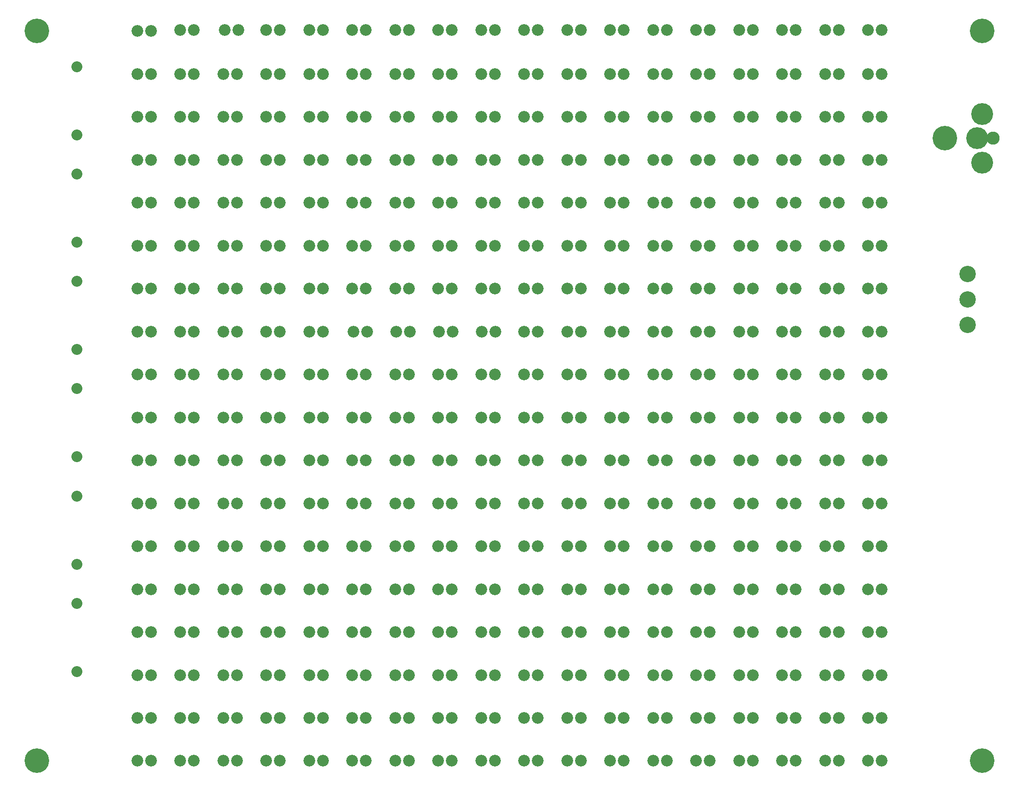
<source format=gbs>
G04 (created by PCBNEW (2013-mar-13)-testing) date Mon 18 Nov 2013 03:51:11 PM PST*
%MOIN*%
G04 Gerber Fmt 3.4, Leading zero omitted, Abs format*
%FSLAX34Y34*%
G01*
G70*
G90*
G04 APERTURE LIST*
%ADD10C,0.005906*%
%ADD11C,0.080000*%
%ADD12C,0.180000*%
%ADD13C,0.120000*%
%ADD14C,0.086000*%
%ADD15C,0.096000*%
%ADD16C,0.160000*%
G04 APERTURE END LIST*
G54D10*
G54D11*
X28937Y-23366D03*
X28937Y-18366D03*
X28937Y-15492D03*
X28937Y-10492D03*
G54D12*
X25984Y-61417D03*
X95275Y-61417D03*
X95275Y-7874D03*
X25984Y-7874D03*
G54D13*
X94200Y-29429D03*
X94200Y-27559D03*
X94200Y-25689D03*
G54D14*
X33358Y-7874D03*
X34358Y-7874D03*
X71153Y-17322D03*
X72153Y-17322D03*
X74303Y-17322D03*
X75303Y-17322D03*
X77452Y-17322D03*
X78452Y-17322D03*
X80602Y-17322D03*
X81602Y-17322D03*
X83751Y-17322D03*
X84751Y-17322D03*
X86901Y-17322D03*
X87901Y-17322D03*
X64854Y-17322D03*
X65854Y-17322D03*
X68003Y-17322D03*
X69003Y-17322D03*
X39657Y-17322D03*
X40657Y-17322D03*
X42807Y-17322D03*
X43807Y-17322D03*
X45956Y-17322D03*
X46956Y-17322D03*
X49106Y-17322D03*
X50106Y-17322D03*
X52255Y-17322D03*
X53255Y-17322D03*
X55405Y-17322D03*
X56405Y-17322D03*
X58555Y-17322D03*
X59555Y-17322D03*
X36507Y-17322D03*
X37507Y-17322D03*
X68003Y-14173D03*
X69003Y-14173D03*
X71153Y-14173D03*
X72153Y-14173D03*
X74303Y-14173D03*
X75303Y-14173D03*
X77452Y-14173D03*
X78452Y-14173D03*
X80602Y-14173D03*
X81602Y-14173D03*
X83751Y-14173D03*
X84751Y-14173D03*
X86901Y-14173D03*
X87901Y-14173D03*
X64854Y-14173D03*
X65854Y-14173D03*
X36507Y-14173D03*
X37507Y-14173D03*
X39657Y-14173D03*
X40657Y-14173D03*
X45956Y-14173D03*
X46956Y-14173D03*
X42807Y-14173D03*
X43807Y-14173D03*
X49106Y-14173D03*
X50106Y-14173D03*
X52255Y-14173D03*
X53255Y-14173D03*
X55405Y-14173D03*
X56405Y-14173D03*
X58555Y-14173D03*
X59555Y-14173D03*
X33358Y-14173D03*
X34358Y-14173D03*
X61704Y-14173D03*
X62704Y-14173D03*
X33358Y-17322D03*
X34358Y-17322D03*
X61704Y-17322D03*
X62704Y-17322D03*
X86901Y-11023D03*
X87901Y-11023D03*
X64854Y-11023D03*
X65854Y-11023D03*
X68003Y-11023D03*
X69003Y-11023D03*
X71153Y-11023D03*
X72153Y-11023D03*
X74303Y-11023D03*
X75303Y-11023D03*
X77452Y-11023D03*
X78452Y-11023D03*
X80602Y-11023D03*
X81602Y-11023D03*
X83751Y-11023D03*
X84751Y-11023D03*
X61704Y-11023D03*
X62704Y-11023D03*
X55405Y-11023D03*
X56405Y-11023D03*
X58555Y-11023D03*
X59555Y-11023D03*
X36507Y-11023D03*
X37507Y-11023D03*
X39657Y-11023D03*
X40657Y-11023D03*
X42807Y-11023D03*
X43807Y-11023D03*
X45956Y-11023D03*
X46956Y-11023D03*
X49106Y-11023D03*
X50106Y-11023D03*
X52255Y-11023D03*
X53255Y-11023D03*
X86901Y-7815D03*
X87901Y-7815D03*
X83751Y-7815D03*
X84751Y-7815D03*
X80602Y-7815D03*
X81602Y-7815D03*
X77452Y-7815D03*
X78452Y-7815D03*
X74303Y-7815D03*
X75303Y-7815D03*
X71153Y-7815D03*
X72153Y-7815D03*
X68003Y-7815D03*
X69003Y-7815D03*
X64854Y-7815D03*
X65854Y-7815D03*
X61704Y-7815D03*
X62704Y-7815D03*
X58555Y-7815D03*
X59555Y-7815D03*
X55405Y-7815D03*
X56405Y-7815D03*
X52255Y-7815D03*
X53255Y-7815D03*
X49106Y-7815D03*
X50106Y-7815D03*
X45956Y-7815D03*
X46956Y-7815D03*
X42807Y-7815D03*
X43807Y-7815D03*
X39768Y-7815D03*
X40768Y-7815D03*
X36507Y-7815D03*
X37507Y-7815D03*
X33358Y-11023D03*
X34358Y-11023D03*
X33358Y-20472D03*
X34358Y-20472D03*
X36507Y-20472D03*
X37507Y-20472D03*
X39657Y-20472D03*
X40657Y-20472D03*
X42807Y-20472D03*
X43807Y-20472D03*
X45956Y-20472D03*
X46956Y-20472D03*
X49106Y-20472D03*
X50106Y-20472D03*
X52255Y-20472D03*
X53255Y-20472D03*
X55405Y-20472D03*
X56405Y-20472D03*
X58555Y-20472D03*
X59555Y-20472D03*
X61704Y-20472D03*
X62704Y-20472D03*
X64854Y-20472D03*
X65854Y-20472D03*
X68003Y-20472D03*
X69003Y-20472D03*
X71153Y-20472D03*
X72153Y-20472D03*
X74303Y-20472D03*
X75303Y-20472D03*
X77452Y-20472D03*
X78452Y-20472D03*
X80602Y-20472D03*
X81602Y-20472D03*
X83751Y-20472D03*
X84751Y-20472D03*
X86901Y-20472D03*
X87901Y-20472D03*
X33358Y-23622D03*
X34358Y-23622D03*
X36507Y-23622D03*
X37507Y-23622D03*
X39657Y-23622D03*
X40657Y-23622D03*
X42807Y-23622D03*
X43807Y-23622D03*
X45956Y-23622D03*
X46956Y-23622D03*
X49106Y-23622D03*
X50106Y-23622D03*
X52255Y-23622D03*
X53255Y-23622D03*
X55405Y-23622D03*
X56405Y-23622D03*
X58555Y-23622D03*
X59555Y-23622D03*
X61704Y-23622D03*
X62704Y-23622D03*
X64854Y-23622D03*
X65854Y-23622D03*
X68003Y-23622D03*
X69003Y-23622D03*
X71153Y-23622D03*
X72153Y-23622D03*
X74303Y-23622D03*
X75303Y-23622D03*
X77452Y-23622D03*
X78452Y-23622D03*
X80602Y-23622D03*
X81602Y-23622D03*
X83751Y-23622D03*
X84751Y-23622D03*
X86901Y-23622D03*
X87901Y-23622D03*
X33358Y-26771D03*
X34358Y-26771D03*
X36507Y-26771D03*
X37507Y-26771D03*
X39657Y-26771D03*
X40657Y-26771D03*
X42807Y-26771D03*
X43807Y-26771D03*
X45956Y-26771D03*
X46956Y-26771D03*
X49106Y-26771D03*
X50106Y-26771D03*
X52255Y-26771D03*
X53255Y-26771D03*
X55405Y-26771D03*
X56405Y-26771D03*
X58555Y-26771D03*
X59555Y-26771D03*
X61704Y-26771D03*
X62704Y-26771D03*
X64854Y-26771D03*
X65854Y-26771D03*
X68003Y-26771D03*
X69003Y-26771D03*
X71153Y-26771D03*
X72153Y-26771D03*
X74303Y-26771D03*
X75303Y-26771D03*
X77452Y-26771D03*
X78452Y-26771D03*
X80602Y-26771D03*
X81602Y-26771D03*
X83751Y-26771D03*
X84751Y-26771D03*
X86901Y-26771D03*
X87901Y-26771D03*
X33358Y-29921D03*
X34358Y-29921D03*
X36507Y-29921D03*
X37507Y-29921D03*
X39657Y-29921D03*
X40657Y-29921D03*
X42807Y-29921D03*
X43807Y-29921D03*
X45956Y-29921D03*
X46956Y-29921D03*
X49190Y-29921D03*
X50190Y-29921D03*
X52331Y-29921D03*
X53331Y-29921D03*
X55462Y-29921D03*
X56462Y-29921D03*
X58611Y-29921D03*
X59611Y-29921D03*
X61704Y-29921D03*
X62704Y-29921D03*
X64854Y-29921D03*
X65854Y-29921D03*
X68003Y-29921D03*
X69003Y-29921D03*
X71153Y-29921D03*
X72153Y-29921D03*
X74303Y-29921D03*
X75303Y-29921D03*
X77452Y-29921D03*
X78452Y-29921D03*
X80602Y-29921D03*
X81602Y-29921D03*
X83751Y-29921D03*
X84751Y-29921D03*
X86901Y-29921D03*
X87901Y-29921D03*
G54D11*
X28937Y-31240D03*
X28937Y-26240D03*
X28937Y-39114D03*
X28937Y-34114D03*
G54D14*
X33358Y-33070D03*
X34358Y-33070D03*
X36507Y-33070D03*
X37507Y-33070D03*
X39657Y-33070D03*
X40657Y-33070D03*
X42807Y-33070D03*
X43807Y-33070D03*
X45956Y-33070D03*
X46956Y-33070D03*
X49106Y-33070D03*
X50106Y-33070D03*
X52255Y-33070D03*
X53255Y-33070D03*
X55405Y-33070D03*
X56405Y-33070D03*
X58555Y-33070D03*
X59555Y-33070D03*
X61704Y-33070D03*
X62704Y-33070D03*
X64854Y-33070D03*
X65854Y-33070D03*
X68003Y-33070D03*
X69003Y-33070D03*
X71153Y-33070D03*
X72153Y-33070D03*
X74303Y-33070D03*
X75303Y-33070D03*
X77452Y-33070D03*
X78452Y-33070D03*
X80602Y-33070D03*
X81602Y-33070D03*
X83751Y-33070D03*
X84751Y-33070D03*
X86901Y-33070D03*
X87901Y-33070D03*
X33358Y-36220D03*
X34358Y-36220D03*
X36507Y-36220D03*
X37507Y-36220D03*
X39657Y-36220D03*
X40657Y-36220D03*
X42807Y-36220D03*
X43807Y-36220D03*
X45956Y-36220D03*
X46956Y-36220D03*
X49106Y-36220D03*
X50106Y-36220D03*
X52255Y-36220D03*
X53255Y-36220D03*
X55405Y-36220D03*
X56405Y-36220D03*
X58555Y-36220D03*
X59555Y-36220D03*
X61704Y-36220D03*
X62704Y-36220D03*
X64854Y-36220D03*
X65854Y-36220D03*
X68003Y-36220D03*
X69003Y-36220D03*
X71153Y-36220D03*
X72153Y-36220D03*
X74303Y-36220D03*
X75303Y-36220D03*
X77452Y-36220D03*
X78452Y-36220D03*
X80602Y-36220D03*
X81602Y-36220D03*
X83751Y-36220D03*
X84751Y-36220D03*
X86901Y-36220D03*
X87901Y-36220D03*
X33358Y-39370D03*
X34358Y-39370D03*
X36507Y-39370D03*
X37507Y-39370D03*
X39657Y-39370D03*
X40657Y-39370D03*
X42807Y-39370D03*
X43807Y-39370D03*
X45956Y-39370D03*
X46956Y-39370D03*
X49106Y-39370D03*
X50106Y-39370D03*
X52255Y-39370D03*
X53255Y-39370D03*
X55405Y-39370D03*
X56405Y-39370D03*
X58555Y-39370D03*
X59555Y-39370D03*
X61704Y-39370D03*
X62704Y-39370D03*
X64854Y-39370D03*
X65854Y-39370D03*
X68003Y-39370D03*
X69003Y-39370D03*
X71153Y-39370D03*
X72153Y-39370D03*
X74303Y-39370D03*
X75303Y-39370D03*
X77452Y-39370D03*
X78452Y-39370D03*
X80602Y-39370D03*
X81602Y-39370D03*
X83751Y-39370D03*
X84751Y-39370D03*
X86901Y-39370D03*
X87901Y-39370D03*
X33358Y-42519D03*
X34358Y-42519D03*
X36507Y-42519D03*
X37507Y-42519D03*
X39657Y-42519D03*
X40657Y-42519D03*
X42807Y-42519D03*
X43807Y-42519D03*
X45956Y-42519D03*
X46956Y-42519D03*
X49106Y-42519D03*
X50106Y-42519D03*
X52255Y-42519D03*
X53255Y-42519D03*
X55405Y-42519D03*
X56405Y-42519D03*
X58555Y-42519D03*
X59555Y-42519D03*
X61704Y-42519D03*
X62704Y-42519D03*
X64854Y-42519D03*
X65854Y-42519D03*
X68003Y-42519D03*
X69003Y-42519D03*
X71153Y-42519D03*
X72153Y-42519D03*
X74303Y-42519D03*
X75303Y-42519D03*
X77452Y-42519D03*
X78452Y-42519D03*
X80602Y-42519D03*
X81602Y-42519D03*
X83751Y-42519D03*
X84751Y-42519D03*
X86901Y-42519D03*
X87901Y-42519D03*
X33358Y-45669D03*
X34358Y-45669D03*
X36507Y-45669D03*
X37507Y-45669D03*
X39657Y-45669D03*
X40657Y-45669D03*
X42807Y-45669D03*
X43807Y-45669D03*
X45956Y-45669D03*
X46956Y-45669D03*
X49106Y-45669D03*
X50106Y-45669D03*
X52255Y-45669D03*
X53255Y-45669D03*
X55405Y-45669D03*
X56405Y-45669D03*
X58555Y-45669D03*
X59555Y-45669D03*
X61704Y-45669D03*
X62704Y-45669D03*
X64854Y-45669D03*
X65854Y-45669D03*
X68003Y-45669D03*
X69003Y-45669D03*
X71153Y-45669D03*
X72153Y-45669D03*
X74303Y-45669D03*
X75303Y-45669D03*
X77452Y-45669D03*
X78452Y-45669D03*
X80602Y-45669D03*
X81602Y-45669D03*
X83751Y-45669D03*
X84751Y-45669D03*
X86901Y-45669D03*
X87901Y-45669D03*
X33358Y-48818D03*
X34358Y-48818D03*
X36507Y-48818D03*
X37507Y-48818D03*
X39657Y-48818D03*
X40657Y-48818D03*
X42807Y-48818D03*
X43807Y-48818D03*
X45956Y-48818D03*
X46956Y-48818D03*
X49106Y-48818D03*
X50106Y-48818D03*
X52255Y-48818D03*
X53255Y-48818D03*
X55405Y-48818D03*
X56405Y-48818D03*
X58555Y-48818D03*
X59555Y-48818D03*
X61704Y-48818D03*
X62704Y-48818D03*
X64854Y-48818D03*
X65854Y-48818D03*
X68003Y-48818D03*
X69003Y-48818D03*
X71153Y-48818D03*
X72153Y-48818D03*
X74303Y-48818D03*
X75303Y-48818D03*
X77452Y-48818D03*
X78452Y-48818D03*
X80602Y-48818D03*
X81602Y-48818D03*
X83751Y-48818D03*
X84751Y-48818D03*
X86901Y-48818D03*
X87901Y-48818D03*
X33358Y-51968D03*
X34358Y-51968D03*
X36507Y-51968D03*
X37507Y-51968D03*
X39657Y-51968D03*
X40657Y-51968D03*
X42807Y-51968D03*
X43807Y-51968D03*
X45956Y-51968D03*
X46956Y-51968D03*
X49106Y-51968D03*
X50106Y-51968D03*
X52255Y-51968D03*
X53255Y-51968D03*
X55405Y-51968D03*
X56405Y-51968D03*
X58555Y-51968D03*
X59555Y-51968D03*
X61704Y-51968D03*
X62704Y-51968D03*
X64854Y-51968D03*
X65854Y-51968D03*
X68003Y-51968D03*
X69003Y-51968D03*
X71153Y-51968D03*
X72153Y-51968D03*
X74303Y-51968D03*
X75303Y-51968D03*
X77452Y-51968D03*
X78452Y-51968D03*
X80602Y-51968D03*
X81602Y-51968D03*
X83751Y-51968D03*
X84751Y-51968D03*
X86901Y-51968D03*
X87901Y-51968D03*
X33358Y-55118D03*
X34358Y-55118D03*
X36507Y-55118D03*
X37507Y-55118D03*
X39657Y-55118D03*
X40657Y-55118D03*
X42807Y-55118D03*
X43807Y-55118D03*
X45956Y-55118D03*
X46956Y-55118D03*
X49106Y-55118D03*
X50106Y-55118D03*
X52255Y-55118D03*
X53255Y-55118D03*
X55405Y-55118D03*
X56405Y-55118D03*
X58555Y-55118D03*
X59555Y-55118D03*
X61704Y-55118D03*
X62704Y-55118D03*
X64854Y-55118D03*
X65854Y-55118D03*
X68003Y-55118D03*
X69003Y-55118D03*
X71153Y-55118D03*
X72153Y-55118D03*
X74303Y-55118D03*
X75303Y-55118D03*
X77452Y-55118D03*
X78452Y-55118D03*
X80602Y-55118D03*
X81602Y-55118D03*
X83751Y-55118D03*
X84751Y-55118D03*
X86901Y-55118D03*
X87901Y-55118D03*
X33358Y-58267D03*
X34358Y-58267D03*
X36507Y-58267D03*
X37507Y-58267D03*
X39657Y-58267D03*
X40657Y-58267D03*
X42807Y-58267D03*
X43807Y-58267D03*
X45956Y-58267D03*
X46956Y-58267D03*
X49106Y-58267D03*
X50106Y-58267D03*
X52255Y-58267D03*
X53255Y-58267D03*
X55405Y-58267D03*
X56405Y-58267D03*
X58555Y-58267D03*
X59555Y-58267D03*
X61704Y-58267D03*
X62704Y-58267D03*
X64854Y-58267D03*
X65854Y-58267D03*
X68003Y-58267D03*
X69003Y-58267D03*
X71153Y-58267D03*
X72153Y-58267D03*
X74303Y-58267D03*
X75303Y-58267D03*
X77452Y-58267D03*
X78452Y-58267D03*
X80602Y-58267D03*
X81602Y-58267D03*
X83751Y-58267D03*
X84751Y-58267D03*
X86901Y-58267D03*
X87901Y-58267D03*
X33358Y-61417D03*
X34358Y-61417D03*
X36507Y-61417D03*
X37507Y-61417D03*
X39657Y-61417D03*
X40657Y-61417D03*
X42807Y-61417D03*
X43807Y-61417D03*
X45956Y-61417D03*
X46956Y-61417D03*
X49106Y-61417D03*
X50106Y-61417D03*
X52255Y-61417D03*
X53255Y-61417D03*
X55405Y-61417D03*
X56405Y-61417D03*
X58555Y-61417D03*
X59555Y-61417D03*
X61704Y-61417D03*
X62704Y-61417D03*
X64854Y-61417D03*
X65854Y-61417D03*
X68003Y-61417D03*
X69003Y-61417D03*
X71153Y-61417D03*
X72153Y-61417D03*
X74303Y-61417D03*
X75303Y-61417D03*
X77452Y-61417D03*
X78452Y-61417D03*
X80602Y-61417D03*
X81602Y-61417D03*
X83751Y-61417D03*
X84751Y-61417D03*
X86901Y-61417D03*
X87901Y-61417D03*
G54D11*
X28937Y-46988D03*
X28937Y-41988D03*
X28937Y-54862D03*
X28937Y-49862D03*
G54D15*
X96070Y-15748D03*
G54D16*
X94890Y-15748D03*
G54D12*
X92530Y-15748D03*
G54D16*
X95280Y-13978D03*
X95280Y-17518D03*
M02*

</source>
